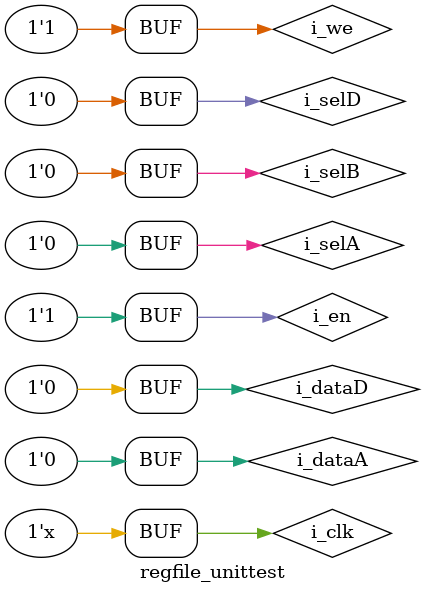
<source format=v>
`timescale 1ns / 1ps

module regfile_unittest;

    //Variable Declarations
    //Regs
    reg    i_clk   ;
    reg    i_dataD ;
    reg    i_en    ;
    reg    i_selA  ;
    reg    i_selB  ;
    reg    i_selD  ;
    reg    i_we    ;

    //Wires
    wire   o_dataA ;
    wire   o_dataB ;

    //Instantiation
    reg_file reg_test(
        //Inputs
        i_clk      ,
        i_en       ,
        i_we       ,
        i_selA     ,
        i_selB     ,
        i_selD     ,
        i_dataD    ,

        //Outputs
        o_dataA    ,
        o_dataB
    );

    initial begin
        
        //Reset all Inputs
        i_clk   = 1'b0 ;
        i_dataA = 0    ; 
        i_en    = 0    ;
        i_selA  = 0    ;
        i_selB  = 0    ;
        i_selD  = 0    ;
        i_we    = 0    ;

        //Start Test
        i_en    = 1'b1 ;

        i_selA  = 3'b000   ;
        i_selB  = 3'b001   ;
        i_selD  = 3'b000   ;

        i_dataD = 16'hFFFF ;
        i_we    = 1'b1     ;

        //Time = 17
        #10;
        i_we    = 1'b0     ;
        i_selD  = 3'b010   ;
        i_dataD = 16'h2222 ;

        //Time = 27
        #10;
        i_we    = 1        ;

        //Time = 37
        #10;
        i_dataD = 16'h3333 ;

        //Time = 47
        #10;
        i_we    = 0        ;
        i_selD  = 3'b100   ;
        i_dataD = 16'h4444 ;

        //Time = 67
        #10;
        i_we    = 1        ;

        //Time = 117
        #50;
        i_selA  = 3'b100   ;
        i_selB  = 3'b100   ;

    end

    //Clock Generation
    always #5 i_clk = ~i_clk; 
    
endmodule
</source>
